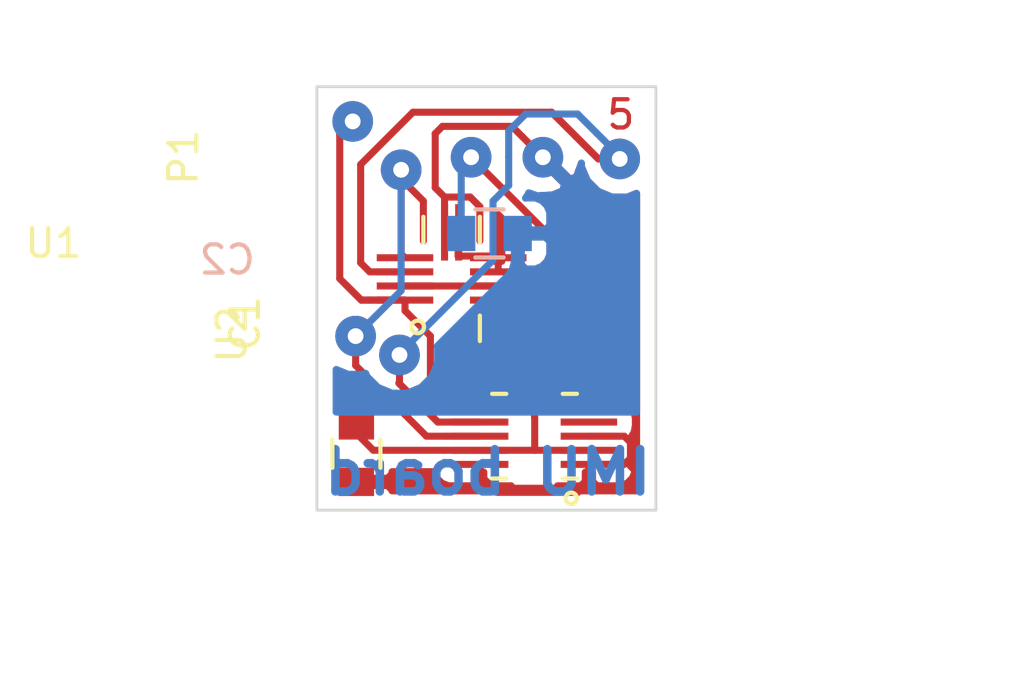
<source format=kicad_pcb>
(kicad_pcb (version 4) (host pcbnew "(2015-11-04 BZR 6298)-product")

  (general
    (links 23)
    (no_connects 0)
    (area 109.949999 99.449999 122.050001 114.550001)
    (thickness 1.6)
    (drawings 10)
    (tracks 104)
    (zones 0)
    (modules 5)
    (nets 8)
  )

  (page A4)
  (layers
    (0 F.Cu signal)
    (31 B.Cu signal)
    (32 B.Adhes user)
    (33 F.Adhes user)
    (34 B.Paste user)
    (35 F.Paste user)
    (36 B.SilkS user)
    (37 F.SilkS user)
    (38 B.Mask user)
    (39 F.Mask user)
    (40 Dwgs.User user)
    (41 Cmts.User user)
    (42 Eco1.User user)
    (43 Eco2.User user)
    (44 Edge.Cuts user)
    (45 Margin user)
    (46 B.CrtYd user)
    (47 F.CrtYd user)
    (48 B.Fab user)
    (49 F.Fab user)
  )

  (setup
    (last_trace_width 0.248)
    (user_trace_width 0.8)
    (trace_clearance 0.248)
    (zone_clearance 0.508)
    (zone_45_only yes)
    (trace_min 0.2)
    (segment_width 0.2)
    (edge_width 0.1)
    (via_size 1.44)
    (via_drill 0.5588)
    (via_min_size 0.4)
    (via_min_drill 0.3)
    (uvia_size 0.3)
    (uvia_drill 0.1)
    (uvias_allowed no)
    (uvia_min_size 0.2)
    (uvia_min_drill 0.1)
    (pcb_text_width 0.3)
    (pcb_text_size 1.5 1.5)
    (mod_edge_width 0.15)
    (mod_text_size 1 1)
    (mod_text_width 0.15)
    (pad_size 1.44 1.44)
    (pad_drill 0.5588)
    (pad_to_mask_clearance 0)
    (aux_axis_origin 0 0)
    (visible_elements FFFFFF7F)
    (pcbplotparams
      (layerselection 0x01000_80000001)
      (usegerberextensions false)
      (excludeedgelayer true)
      (linewidth 0.100000)
      (plotframeref false)
      (viasonmask false)
      (mode 1)
      (useauxorigin false)
      (hpglpennumber 1)
      (hpglpenspeed 20)
      (hpglpendiameter 15)
      (hpglpenoverlay 2)
      (psnegative false)
      (psa4output false)
      (plotreference true)
      (plotvalue true)
      (plotinvisibletext false)
      (padsonsilk false)
      (subtractmaskfromsilk false)
      (outputformat 1)
      (mirror false)
      (drillshape 0)
      (scaleselection 1)
      (outputdirectory /tmp/gerbers/))
  )

  (net 0 "")
  (net 1 3V3)
  (net 2 GND)
  (net 3 "Net-(P1-Pad1)")
  (net 4 "Net-(P1-Pad2)")
  (net 5 "Net-(P1-Pad5)")
  (net 6 "Net-(U2-Pad4)")
  (net 7 "Net-(U2-Pad5)")

  (net_class Default "This is the default net class."
    (clearance 0.248)
    (trace_width 0.248)
    (via_dia 1.44)
    (via_drill 0.5588)
    (uvia_dia 0.3)
    (uvia_drill 0.1)
    (add_net 3V3)
    (add_net GND)
    (add_net "Net-(P1-Pad1)")
    (add_net "Net-(P1-Pad2)")
    (add_net "Net-(P1-Pad5)")
    (add_net "Net-(U2-Pad4)")
    (add_net "Net-(U2-Pad5)")
  )

  (module Pin_Headers:Pin_Header_Straight_1x05 (layer F.Cu) (tedit 566AE3ED) (tstamp 566ABE2F)
    (at 110.38 102 90)
    (descr "Through hole pin header")
    (tags "pin header")
    (path /56699F07)
    (fp_text reference P1 (at 0 -5.1 90) (layer F.SilkS)
      (effects (font (size 1 1) (thickness 0.15)))
    )
    (fp_text value CONN_5 (at 0 -3.1 90) (layer F.Fab)
      (effects (font (size 1 1) (thickness 0.15)))
    )
    (pad 1 thru_hole circle (at 1.27 0.889 90) (size 1.44 1.44) (drill 0.5588) (layers *.Cu *.Mask)
      (net 3 "Net-(P1-Pad1)"))
    (pad 2 thru_hole circle (at -0.4445 2.6035 90) (size 1.44 1.44) (drill 0.5588) (layers *.Cu *.Mask)
      (net 4 "Net-(P1-Pad2)"))
    (pad 3 thru_hole circle (at 0 5.08 90) (size 1.44 1.44) (drill 0.5588) (layers *.Cu *.Mask)
      (net 1 3V3))
    (pad 4 thru_hole circle (at 0 7.62 90) (size 1.44 1.44) (drill 0.5588) (layers *.Cu *.Mask)
      (net 2 GND))
    (pad 5 thru_hole circle (at -0.06 10.34 90) (size 1.44 1.44) (drill 0.5588) (layers *.Cu *.Mask)
      (net 5 "Net-(P1-Pad5)"))
  )

  (module lga5x2:LGA4x2 (layer F.Cu) (tedit 566AC8E1) (tstamp 566ABE43)
    (at 114.77 106.31 180)
    (path /56698862)
    (fp_text reference U1 (at 14.09 1.26 180) (layer F.SilkS)
      (effects (font (size 1 1) (thickness 0.15)))
    )
    (fp_text value LIS2HH12_I2C (at 10.67 -0.68 180) (layer F.Fab)
      (effects (font (size 1 1) (thickness 0.15)))
    )
    (fp_line (start 1 1.3) (end 1 2.2) (layer F.SilkS) (width 0.15))
    (fp_line (start -1 1.3) (end -1 2.2) (layer F.SilkS) (width 0.15))
    (fp_line (start -1 -1.3) (end -1 -2.2) (layer F.SilkS) (width 0.15))
    (fp_circle (center 1.2 -1.7) (end 1.1 -1.9) (layer F.SilkS) (width 0.15))
    (pad 1 smd rect (at 1.65 -0.75 180) (size 2 0.25) (layers F.Cu F.Paste F.Mask)
      (net 3 "Net-(P1-Pad1)"))
    (pad 2 smd rect (at 1.65 -0.25 180) (size 2 0.25) (layers F.Cu F.Paste F.Mask)
      (net 1 3V3))
    (pad 3 smd rect (at 1.65 0.25 180) (size 2 0.25) (layers F.Cu F.Paste F.Mask)
      (net 5 "Net-(P1-Pad5)"))
    (pad 4 smd rect (at 1.65 0.75 180) (size 2 0.25) (layers F.Cu F.Paste F.Mask)
      (net 4 "Net-(P1-Pad2)"))
    (pad 7 smd rect (at -1.65 0.75 180) (size 2 0.25) (layers F.Cu F.Paste F.Mask)
      (net 2 GND))
    (pad 10 smd rect (at -1.65 -0.75 180) (size 2 0.25) (layers F.Cu F.Paste F.Mask)
      (net 1 3V3))
    (pad 9 smd rect (at -1.65 -0.25 180) (size 2 0.25) (layers F.Cu F.Paste F.Mask)
      (net 1 3V3))
    (pad 8 smd rect (at -1.65 0.25 180) (size 2 0.25) (layers F.Cu F.Paste F.Mask)
      (net 2 GND))
    (pad 5 smd rect (at 0.25 1.65 180) (size 0.25 2) (layers F.Cu F.Paste F.Mask)
      (net 2 GND))
    (pad 6 smd rect (at -0.25 1.65 180) (size 0.25 2) (layers F.Cu F.Paste F.Mask)
      (net 2 GND))
    (model Housings_DFN_QFN.3dshapes/QFN-12-1EP_3x3mm_Pitch0.5mm.wrl
      (at (xyz 0 0 0))
      (scale (xyz 0.66667 0.66667 0.66667))
      (rotate (xyz 0 0 0))
    )
  )

  (module lga5x1:LGA5x1 (layer F.Cu) (tedit 566ABF88) (tstamp 566ABE58)
    (at 117.705 111.88 270)
    (path /566988A7)
    (fp_text reference U2 (at -3.6 10.715 270) (layer F.SilkS)
      (effects (font (size 1 1) (thickness 0.15)))
    )
    (fp_text value BMG160_i2c (at 0.61 -14.645 270) (layer F.Fab)
      (effects (font (size 1 1) (thickness 0.15)))
    )
    (fp_circle (center 2.2 -1.3) (end 2.2 -1.5) (layer F.SilkS) (width 0.15))
    (fp_line (start -1.5 1) (end -1.5 1.5) (layer F.SilkS) (width 0.15))
    (fp_line (start -1.5 -1.5) (end -1.5 -1) (layer F.SilkS) (width 0.15))
    (fp_line (start 1.5 1) (end 1.5 1.5) (layer F.SilkS) (width 0.15))
    (fp_line (start 1.5 -1.5) (end 1.5 -1) (layer F.SilkS) (width 0.15))
    (pad 1 smd rect (at 1 -1.925 270) (size 0.25 2) (layers F.Cu F.Paste F.Mask)
      (net 2 GND))
    (pad 2 smd rect (at 0.5 -1.925 270) (size 0.25 2) (layers F.Cu F.Paste F.Mask)
      (net 1 3V3))
    (pad 3 smd rect (at 0 -1.925 270) (size 0.25 2) (layers F.Cu F.Paste F.Mask)
      (net 2 GND))
    (pad 4 smd rect (at -0.5 -1.925 270) (size 0.25 2) (layers F.Cu F.Paste F.Mask)
      (net 6 "Net-(U2-Pad4)"))
    (pad 5 smd rect (at -1 -1.925 270) (size 0.25 2) (layers F.Cu F.Paste F.Mask)
      (net 7 "Net-(U2-Pad5)"))
    (pad 6 smd rect (at -1.925 0 270) (size 2 0.75) (layers F.Cu F.Paste F.Mask)
      (net 1 3V3))
    (pad 7 smd rect (at -1 1.925 270) (size 0.25 2) (layers F.Cu F.Paste F.Mask)
      (net 3 "Net-(P1-Pad1)"))
    (pad 8 smd rect (at -0.5 1.925 270) (size 0.25 2) (layers F.Cu F.Paste F.Mask)
      (net 5 "Net-(P1-Pad5)"))
    (pad 9 smd rect (at 0 1.925 270) (size 0.25 2) (layers F.Cu F.Paste F.Mask)
      (net 4 "Net-(P1-Pad2)"))
    (pad 10 smd rect (at 0.5 1.925 270) (size 0.25 2) (layers F.Cu F.Paste F.Mask)
      (net 1 3V3))
    (pad 11 smd rect (at 1 1.925 270) (size 0.25 2) (layers F.Cu F.Paste F.Mask)
      (net 2 GND))
    (model Housings_DFN_QFN.3dshapes/QFN-16-1EP_3x3mm_Pitch0.5mm.wrl
      (at (xyz 0 0 0))
      (scale (xyz 1 1 1))
      (rotate (xyz 0 0 0))
    )
  )

  (module Capacitors_SMD:C_0805 (layer F.Cu) (tedit 5415D6EA) (tstamp 566ABE0F)
    (at 111.4 112.5 270)
    (descr "Capacitor SMD 0805, reflow soldering, AVX (see smccp.pdf)")
    (tags "capacitor 0805")
    (path /5669964E)
    (attr smd)
    (fp_text reference C1 (at -4.61 3.94 270) (layer F.SilkS)
      (effects (font (size 1 1) (thickness 0.15)))
    )
    (fp_text value 100n (at -0.98 7.51 270) (layer F.Fab)
      (effects (font (size 1 1) (thickness 0.15)))
    )
    (fp_line (start -1.8 -1) (end 1.8 -1) (layer F.CrtYd) (width 0.05))
    (fp_line (start -1.8 1) (end 1.8 1) (layer F.CrtYd) (width 0.05))
    (fp_line (start -1.8 -1) (end -1.8 1) (layer F.CrtYd) (width 0.05))
    (fp_line (start 1.8 -1) (end 1.8 1) (layer F.CrtYd) (width 0.05))
    (fp_line (start 0.5 -0.85) (end -0.5 -0.85) (layer F.SilkS) (width 0.15))
    (fp_line (start -0.5 0.85) (end 0.5 0.85) (layer F.SilkS) (width 0.15))
    (pad 1 smd rect (at -1 0 270) (size 1 1.25) (layers F.Cu F.Paste F.Mask)
      (net 1 3V3))
    (pad 2 smd rect (at 1 0 270) (size 1 1.25) (layers F.Cu F.Paste F.Mask)
      (net 2 GND))
    (model Capacitors_SMD.3dshapes/C_0805.wrl
      (at (xyz 0 0 0))
      (scale (xyz 1 1 1))
      (rotate (xyz 0 0 0))
    )
  )

  (module Capacitors_SMD:C_0805 (layer B.Cu) (tedit 5415D6EA) (tstamp 566ABE1B)
    (at 116.11 104.7)
    (descr "Capacitor SMD 0805, reflow soldering, AVX (see smccp.pdf)")
    (tags "capacitor 0805")
    (path /56699717)
    (attr smd)
    (fp_text reference C2 (at -9.28 0.93) (layer B.SilkS)
      (effects (font (size 1 1) (thickness 0.15)) (justify mirror))
    )
    (fp_text value 100n (at -10.3 -2.44) (layer B.Fab)
      (effects (font (size 1 1) (thickness 0.15)) (justify mirror))
    )
    (fp_line (start -1.8 1) (end 1.8 1) (layer B.CrtYd) (width 0.05))
    (fp_line (start -1.8 -1) (end 1.8 -1) (layer B.CrtYd) (width 0.05))
    (fp_line (start -1.8 1) (end -1.8 -1) (layer B.CrtYd) (width 0.05))
    (fp_line (start 1.8 1) (end 1.8 -1) (layer B.CrtYd) (width 0.05))
    (fp_line (start 0.5 0.85) (end -0.5 0.85) (layer B.SilkS) (width 0.15))
    (fp_line (start -0.5 -0.85) (end 0.5 -0.85) (layer B.SilkS) (width 0.15))
    (pad 1 smd rect (at -1 0) (size 1 1.25) (layers B.Cu B.Paste B.Mask)
      (net 1 3V3))
    (pad 2 smd rect (at 1 0) (size 1 1.25) (layers B.Cu B.Paste B.Mask)
      (net 2 GND))
    (model Capacitors_SMD.3dshapes/C_0805.wrl
      (at (xyz 0 0 0))
      (scale (xyz 1 1 1))
      (rotate (xyz 0 0 0))
    )
  )

  (gr_text "IMU board" (at 116.05 113.16) (layer B.Cu)
    (effects (font (size 1.5 1.5) (thickness 0.3)) (justify mirror))
  )
  (gr_text 5 (at 120.76 100.49) (layer F.Cu)
    (effects (font (size 1 1) (thickness 0.15)))
  )
  (dimension 12 (width 0.3) (layer Cmts.User)
    (gr_text "12.000 mm" (at 116 121.85) (layer Cmts.User)
      (effects (font (size 1.5 1.5) (thickness 0.3)))
    )
    (feature1 (pts (xy 122 114.5) (xy 122 123.2)))
    (feature2 (pts (xy 110 114.5) (xy 110 123.2)))
    (crossbar (pts (xy 110 120.5) (xy 122 120.5)))
    (arrow1a (pts (xy 122 120.5) (xy 120.873496 121.086421)))
    (arrow1b (pts (xy 122 120.5) (xy 120.873496 119.913579)))
    (arrow2a (pts (xy 110 120.5) (xy 111.126504 121.086421)))
    (arrow2b (pts (xy 110 120.5) (xy 111.126504 119.913579)))
  )
  (dimension 15 (width 0.3) (layer Cmts.User)
    (gr_text "15.000 mm" (at 132.35 107 90) (layer Cmts.User)
      (effects (font (size 1.5 1.5) (thickness 0.3)))
    )
    (feature1 (pts (xy 122 99.5) (xy 133.7 99.5)))
    (feature2 (pts (xy 122 114.5) (xy 133.7 114.5)))
    (crossbar (pts (xy 131 114.5) (xy 131 99.5)))
    (arrow1a (pts (xy 131 99.5) (xy 131.586421 100.626504)))
    (arrow1b (pts (xy 131 99.5) (xy 130.413579 100.626504)))
    (arrow2a (pts (xy 131 114.5) (xy 131.586421 113.373496)))
    (arrow2b (pts (xy 131 114.5) (xy 130.413579 113.373496)))
  )
  (gr_line (start 122 99.5) (end 122 100) (angle 90) (layer Edge.Cuts) (width 0.1))
  (gr_line (start 110 99.5) (end 122 99.5) (angle 90) (layer Edge.Cuts) (width 0.1))
  (gr_line (start 110 100) (end 110 99.5) (angle 90) (layer Edge.Cuts) (width 0.1))
  (gr_line (start 122 114.5) (end 122 100) (angle 90) (layer Edge.Cuts) (width 0.1))
  (gr_line (start 110 114.5) (end 110 100) (angle 90) (layer Edge.Cuts) (width 0.1))
  (gr_line (start 110 114.5) (end 122 114.5) (angle 90) (layer Edge.Cuts) (width 0.1))

  (segment (start 115.77 108.645) (end 115.77 107.66) (width 0.25) (layer F.Cu) (net 1))
  (segment (start 117.705 109.955) (end 117.08 109.955) (width 0.25) (layer F.Cu) (net 1))
  (segment (start 117.08 109.955) (end 115.77 108.645) (width 0.25) (layer F.Cu) (net 1))
  (segment (start 111.4 111.78) (end 112 112.38) (width 0.25) (layer F.Cu) (net 1))
  (segment (start 114.53 112.38) (end 115.78 112.38) (width 0.25) (layer F.Cu) (net 1))
  (segment (start 114.53 112.38) (end 112 112.38) (width 0.25) (layer F.Cu) (net 1))
  (segment (start 111.4 111.78) (end 111.4 111.5) (width 0.25) (layer F.Cu) (net 1) (tstamp 566AC80B))
  (segment (start 118.26 105.4) (end 118.26 105.97) (width 0.25) (layer F.Cu) (net 1))
  (segment (start 118.26 104.8) (end 118.26 105.4) (width 0.25) (layer F.Cu) (net 1))
  (segment (start 115.11 104.7) (end 115.11 102.35) (width 0.25) (layer B.Cu) (net 1))
  (segment (start 115.11 102.35) (end 115.46 102) (width 0.25) (layer B.Cu) (net 1))
  (segment (start 115.46 102) (end 118.26 104.8) (width 0.25) (layer F.Cu) (net 1))
  (segment (start 117.67 106.56) (end 116.42 106.56) (width 0.25) (layer F.Cu) (net 1))
  (segment (start 118.26 105.97) (end 117.67 106.56) (width 0.25) (layer F.Cu) (net 1))
  (segment (start 115.78 112.38) (end 117.71 112.38) (width 0.25) (layer F.Cu) (net 1))
  (segment (start 117.71 111.21) (end 117.71 112.38) (width 0.25) (layer F.Cu) (net 1))
  (segment (start 117.71 112.38) (end 119.63 112.38) (width 0.25) (layer F.Cu) (net 1))
  (segment (start 117.705 109.955) (end 117.705 111.205) (width 0.25) (layer F.Cu) (net 1))
  (segment (start 117.705 111.205) (end 117.71 111.21) (width 0.25) (layer F.Cu) (net 1))
  (segment (start 117.705 109.955) (end 117.705 107.47) (width 0.25) (layer F.Cu) (net 1))
  (segment (start 117.705 107.47) (end 117.295 107.06) (width 0.25) (layer F.Cu) (net 1))
  (segment (start 117.295 107.06) (end 116.42 107.06) (width 0.25) (layer F.Cu) (net 1))
  (segment (start 116.42 106.56) (end 116.42 107.06) (width 0.25) (layer F.Cu) (net 1))
  (segment (start 113.12 106.56) (end 116.42 106.56) (width 0.25) (layer F.Cu) (net 1))
  (segment (start 117.11 104.7) (end 117.27 104.7) (width 0.248) (layer B.Cu) (net 2))
  (segment (start 116.05 100.904999) (end 114.445001 100.904999) (width 0.25) (layer F.Cu) (net 2))
  (segment (start 117.280001 101.280001) (end 118 102) (width 0.25) (layer F.Cu) (net 2))
  (segment (start 116.05 100.904999) (end 116.904999 100.904999) (width 0.25) (layer F.Cu) (net 2) (tstamp 566AE7A1))
  (segment (start 116.904999 100.904999) (end 117.280001 101.280001) (width 0.25) (layer F.Cu) (net 2))
  (segment (start 114.445001 100.904999) (end 114.19 101.16) (width 0.25) (layer F.Cu) (net 2) (tstamp 566AE7A3))
  (segment (start 114.19 101.16) (end 114.19 103.08) (width 0.25) (layer F.Cu) (net 2) (tstamp 566AE7A4))
  (segment (start 114.19 103.08) (end 114.52 103.41) (width 0.25) (layer F.Cu) (net 2) (tstamp 566AE7A5))
  (segment (start 115.77 104.96) (end 115.77 103.75) (width 0.25) (layer F.Cu) (net 2))
  (segment (start 115.43 103.41) (end 114.52 103.41) (width 0.25) (layer F.Cu) (net 2))
  (segment (start 115.77 103.75) (end 115.43 103.41) (width 0.25) (layer F.Cu) (net 2))
  (segment (start 116.42 105.56) (end 116.36 105.5) (width 0.25) (layer F.Cu) (net 2))
  (segment (start 116.36 105.5) (end 115.86 105.5) (width 0.25) (layer F.Cu) (net 2) (tstamp 566AC890))
  (segment (start 115.86 105.5) (end 115 105.5) (width 0.25) (layer F.Cu) (net 2) (tstamp 566AC892))
  (segment (start 115 105.5) (end 115 104.68) (width 0.25) (layer F.Cu) (net 2) (tstamp 566AC894))
  (segment (start 115 104.68) (end 115.02 104.66) (width 0.25) (layer F.Cu) (net 2) (tstamp 566AC895))
  (segment (start 114.52 104.66) (end 114.52 103.41) (width 0.25) (layer F.Cu) (net 2))
  (segment (start 117.11 104.7) (end 117.11 104.825) (width 0.25) (layer B.Cu) (net 2))
  (segment (start 115.78 112.88) (end 115.78 113.255) (width 0.25) (layer F.Cu) (net 2))
  (segment (start 119.24 113.87) (end 119.63 113.48) (width 0.25) (layer F.Cu) (net 2))
  (segment (start 119.63 113.48) (end 119.63 112.88) (width 0.25) (layer F.Cu) (net 2))
  (segment (start 116.395 113.87) (end 119.24 113.87) (width 0.25) (layer F.Cu) (net 2))
  (segment (start 115.78 113.255) (end 116.395 113.87) (width 0.25) (layer F.Cu) (net 2))
  (segment (start 119.63 112.88) (end 120.88 112.88) (width 0.25) (layer F.Cu) (net 2))
  (segment (start 121.1 112.1) (end 120.88 111.88) (width 0.25) (layer F.Cu) (net 2))
  (segment (start 120.88 112.88) (end 121.1 112.66) (width 0.25) (layer F.Cu) (net 2))
  (segment (start 121.1 112.66) (end 121.1 112.1) (width 0.25) (layer F.Cu) (net 2))
  (segment (start 120.88 111.88) (end 119.63 111.88) (width 0.25) (layer F.Cu) (net 2))
  (segment (start 114.52 104.66) (end 115.02 104.66) (width 0.25) (layer F.Cu) (net 2))
  (segment (start 116.42 106.06) (end 116.42 105.56) (width 0.25) (layer F.Cu) (net 2))
  (segment (start 110.81 101.189) (end 110.81 106.3) (width 0.25) (layer F.Cu) (net 3))
  (segment (start 111.57 107.06) (end 113.12 107.06) (width 0.25) (layer F.Cu) (net 3))
  (segment (start 111.57 107.06) (end 110.81 106.3) (width 0.25) (layer F.Cu) (net 3))
  (segment (start 110.81 101.189) (end 111.269 100.73) (width 0.25) (layer F.Cu) (net 3) (tstamp 566C7EC5))
  (segment (start 114.019999 109.994999) (end 114.905 110.88) (width 0.25) (layer F.Cu) (net 3))
  (segment (start 113.12 107.06) (end 113.12 107.435) (width 0.25) (layer F.Cu) (net 3))
  (segment (start 113.12 107.435) (end 114.019999 108.334999) (width 0.25) (layer F.Cu) (net 3))
  (segment (start 114.019999 108.334999) (end 114.019999 109.994999) (width 0.25) (layer F.Cu) (net 3))
  (segment (start 114.905 110.88) (end 115.78 110.88) (width 0.25) (layer F.Cu) (net 3))
  (segment (start 111.015 106.502122) (end 111.572878 107.06) (width 0.25) (layer F.Cu) (net 3))
  (segment (start 111.87 107.06) (end 113.12 107.06) (width 0.25) (layer F.Cu) (net 3))
  (segment (start 111.572878 107.06) (end 111.87 107.06) (width 0.25) (layer F.Cu) (net 3))
  (segment (start 112.9835 102.4445) (end 112.9835 102.7635) (width 0.25) (layer F.Cu) (net 4))
  (segment (start 112.9835 102.7635) (end 113.77 103.55) (width 0.25) (layer F.Cu) (net 4) (tstamp 566C7EEE))
  (segment (start 113.77 103.55) (end 113.77 104.96) (width 0.25) (layer F.Cu) (net 4))
  (segment (start 113.88 111.88) (end 111.372396 109.372396) (width 0.25) (layer F.Cu) (net 4))
  (segment (start 111.372396 109.372396) (end 111.372396 108.335758) (width 0.25) (layer F.Cu) (net 4))
  (segment (start 115.78 111.88) (end 113.88 111.88) (width 0.25) (layer F.Cu) (net 4))
  (segment (start 112.9835 102.4445) (end 112.9835 106.724654) (width 0.25) (layer B.Cu) (net 4))
  (via (at 111.372396 108.335758) (size 1.44) (drill 0.5588) (layers F.Cu B.Cu) (net 4))
  (segment (start 112.092395 107.615759) (end 111.372396 108.335758) (width 0.25) (layer B.Cu) (net 4))
  (segment (start 112.9835 106.724654) (end 112.092395 107.615759) (width 0.25) (layer B.Cu) (net 4))
  (segment (start 112.9835 102.4445) (end 112.9835 105.4235) (width 0.25) (layer F.Cu) (net 4))
  (segment (start 112.9835 105.4235) (end 113.12 105.56) (width 0.25) (layer F.Cu) (net 4))
  (segment (start 115.78 111.88) (end 114.5 111.88) (width 0.25) (layer F.Cu) (net 4))
  (segment (start 120.72 101.96) (end 119.905 101.145) (width 0.25) (layer B.Cu) (net 5))
  (segment (start 116.234999 105.646768) (end 116.234999 104.25) (width 0.25) (layer B.Cu) (net 5))
  (segment (start 116.234999 105.646768) (end 112.9 108.981767) (width 0.25) (layer B.Cu) (net 5))
  (via (at 112.924971 109.003308) (size 1.44) (drill 0.5588) (layers F.Cu B.Cu) (net 5))
  (segment (start 116.234999 103.555001) (end 116.79 103) (width 0.25) (layer B.Cu) (net 5) (tstamp 566C7EDF))
  (segment (start 116.79 103) (end 116.79 101.99) (width 0.25) (layer B.Cu) (net 5) (tstamp 566C7EE0))
  (segment (start 116.234999 104.25) (end 116.234999 103.555001) (width 0.25) (layer B.Cu) (net 5))
  (segment (start 116.79 101.07) (end 117.39 100.47) (width 0.25) (layer B.Cu) (net 5) (tstamp 566C7EE8))
  (segment (start 117.39 100.47) (end 119.23 100.47) (width 0.25) (layer B.Cu) (net 5) (tstamp 566C7EE9))
  (segment (start 119.23 100.47) (end 119.905 101.145) (width 0.25) (layer B.Cu) (net 5) (tstamp 566C7EEA))
  (segment (start 116.79 101.99) (end 116.79 101.07) (width 0.25) (layer B.Cu) (net 5))
  (segment (start 120.72 101.96) (end 120.72 102.06) (width 0.25) (layer B.Cu) (net 5) (tstamp 566C7F16))
  (segment (start 118.309989 100.404989) (end 119.965 102.06) (width 0.25) (layer F.Cu) (net 5))
  (segment (start 119.965 102.06) (end 120.72 102.06) (width 0.25) (layer F.Cu) (net 5) (tstamp 566C7F12))
  (segment (start 114.28 111.38) (end 112.924971 110.024971) (width 0.25) (layer F.Cu) (net 5))
  (segment (start 112.924971 110.024971) (end 112.924971 109.003308) (width 0.25) (layer F.Cu) (net 5))
  (segment (start 119.185001 101.280001) (end 119.905 102) (width 0.25) (layer F.Cu) (net 5))
  (segment (start 111.87 106.06) (end 111.55 105.74) (width 0.25) (layer F.Cu) (net 5))
  (segment (start 118.309989 100.404989) (end 119.185001 101.280001) (width 0.25) (layer F.Cu) (net 5))
  (segment (start 113.12 106.06) (end 111.87 106.06) (width 0.25) (layer F.Cu) (net 5))
  (segment (start 111.55 105.74) (end 111.55 102.257398) (width 0.25) (layer F.Cu) (net 5))
  (segment (start 111.55 102.257398) (end 113.402409 100.404989) (width 0.25) (layer F.Cu) (net 5))
  (segment (start 113.402409 100.404989) (end 118.309989 100.404989) (width 0.25) (layer F.Cu) (net 5))
  (segment (start 115.78 111.38) (end 114.28 111.38) (width 0.25) (layer F.Cu) (net 5))
  (segment (start 114.28 111.38) (end 112.9 110) (width 0.25) (layer F.Cu) (net 5))

  (zone (net 2) (net_name GND) (layer F.Cu) (tstamp 0) (hatch edge 0.508)
    (connect_pads (clearance 0.508))
    (min_thickness 0.254)
    (fill yes (arc_segments 16) (thermal_gap 0.508) (thermal_bridge_width 0.508))
    (polygon
      (pts
        (xy 107.72 98.9) (xy 127.67 98.42) (xy 127.99 120.53) (xy 101.43 119.67)
      )
    )
    (filled_polygon
      (pts
        (xy 118.193748 101.985858) (xy 118.179605 102) (xy 118.949774 102.770169) (xy 119.187611 102.705869) (xy 119.278645 102.448447)
        (xy 119.427599 102.597401) (xy 119.494372 102.642017) (xy 119.570617 102.826543) (xy 119.951452 103.208043) (xy 120.449291 103.414764)
        (xy 120.988344 103.415235) (xy 121.315 103.280263) (xy 121.315 113.815) (xy 112.66 113.815) (xy 112.66 113.78575)
        (xy 112.50125 113.627) (xy 111.527 113.627) (xy 111.527 113.647) (xy 111.273 113.647) (xy 111.273 113.627)
        (xy 111.253 113.627) (xy 111.253 113.373) (xy 111.273 113.373) (xy 111.273 113.353) (xy 111.527 113.353)
        (xy 111.527 113.373) (xy 112.50125 113.373) (xy 112.66 113.21425) (xy 112.66 113.14) (xy 114.1486 113.14)
        (xy 114.241673 113.364698) (xy 114.420301 113.543327) (xy 114.65369 113.64) (xy 115.49425 113.64) (xy 115.653 113.48125)
        (xy 115.653 113.15244) (xy 115.907 113.15244) (xy 115.907 113.48125) (xy 116.06575 113.64) (xy 116.880526 113.64)
        (xy 116.881685 113.646159) (xy 116.908965 113.688553) (xy 116.95059 113.716994) (xy 117 113.727) (xy 118.4 113.727)
        (xy 118.446159 113.718315) (xy 118.488553 113.691035) (xy 118.516994 113.64941) (xy 118.5189 113.64) (xy 119.34425 113.64)
        (xy 119.503 113.48125) (xy 119.503 113.15244) (xy 119.757 113.15244) (xy 119.757 113.48125) (xy 119.91575 113.64)
        (xy 120.75631 113.64) (xy 120.989699 113.543327) (xy 121.168327 113.364698) (xy 121.265 113.131309) (xy 121.265 113.10125)
        (xy 121.10625 112.9425) (xy 121.099609 112.9425) (xy 121.226431 112.75689) (xy 121.241558 112.682192) (xy 121.265 112.65875)
        (xy 121.265 112.628691) (xy 121.256532 112.608247) (xy 121.27744 112.505) (xy 121.27744 112.255) (xy 121.25755 112.149295)
        (xy 121.265 112.131309) (xy 121.265 112.10125) (xy 121.244688 112.080938) (xy 121.233162 112.019683) (xy 121.14281 111.879273)
        (xy 121.226431 111.75689) (xy 121.241558 111.682192) (xy 121.265 111.65875) (xy 121.265 111.628691) (xy 121.256532 111.608247)
        (xy 121.27744 111.505) (xy 121.27744 111.255) (xy 121.253056 111.125411) (xy 121.27744 111.005) (xy 121.27744 110.755)
        (xy 121.233162 110.519683) (xy 121.09409 110.303559) (xy 120.88189 110.158569) (xy 120.63 110.10756) (xy 118.72744 110.10756)
        (xy 118.72744 108.955) (xy 118.683162 108.719683) (xy 118.54409 108.503559) (xy 118.465 108.449519) (xy 118.465 107.47)
        (xy 118.407148 107.179161) (xy 118.294392 107.01041) (xy 118.797401 106.507401) (xy 118.962148 106.260839) (xy 119.02 105.97)
        (xy 119.02 104.8) (xy 118.962148 104.509161) (xy 118.797401 104.262599) (xy 117.897127 103.362325) (xy 118.340644 103.338892)
        (xy 118.705869 103.187611) (xy 118.770169 102.949774) (xy 118 102.179605) (xy 117.985858 102.193748) (xy 117.806253 102.014143)
        (xy 117.820395 102) (xy 117.806253 101.985858) (xy 117.985858 101.806253) (xy 118 101.820395) (xy 118.014143 101.806253)
      )
    )
    (filled_polygon
      (pts
        (xy 117.185198 104.8) (xy 116.70575 104.8) (xy 116.547 104.95875) (xy 116.547 105.685) (xy 116.293 105.685)
        (xy 116.293 105.125255) (xy 116.296994 105.11941) (xy 116.307 105.07) (xy 116.307 103.94) (xy 116.302782 103.917584)
      )
    )
    (filled_polygon
      (pts
        (xy 115.145 104.787) (xy 114.895 104.787) (xy 114.895 104.533) (xy 115.145 104.533)
      )
    )
  )
  (zone (net 0) (net_name "") (layer F.Cu) (tstamp 0) (hatch edge 0.508)
    (connect_pads (clearance 0.508))
    (min_thickness 0.254)
    (keepout (tracks not_allowed) (vias not_allowed) (copperpour not_allowed))
    (fill yes (arc_segments 16) (thermal_gap 0.508) (thermal_bridge_width 0.508))
    (polygon
      (pts
        (xy 117 113) (xy 118.4 113) (xy 118.4 113.4) (xy 118.4 113.6) (xy 117 113.6)
      )
    )
  )
  (zone (net 0) (net_name "") (layer F.Cu) (tstamp 0) (hatch edge 0.508)
    (connect_pads (clearance 0.508))
    (min_thickness 0.254)
    (keepout (tracks allowed) (vias allowed) (copperpour not_allowed))
    (fill yes (arc_segments 16) (thermal_gap 0.508) (thermal_bridge_width 0.508))
    (polygon
      (pts
        (xy 116.18 105.07) (xy 115.44 105.07) (xy 115.44 105.06) (xy 115.45 103.94) (xy 116.18 103.94)
        (xy 116.18 105.07)
      )
    )
  )
  (zone (net 2) (net_name GND) (layer B.Cu) (tstamp 566DFD9E) (hatch edge 0.508)
    (connect_pads (clearance 0.508))
    (min_thickness 0.254)
    (fill yes (arc_segments 16) (thermal_gap 0.508) (thermal_bridge_width 0.508))
    (polygon
      (pts
        (xy 123.79 115.37) (xy 108.97 115.37) (xy 108.97 96.58) (xy 125.0301 96.58) (xy 123.79 115.37)
      )
    )
    (filled_polygon
      (pts
        (xy 118.193748 101.985858) (xy 118.179605 102) (xy 118.949774 102.770169) (xy 119.187611 102.705869) (xy 119.364873 102.204614)
        (xy 119.364765 102.328344) (xy 119.570617 102.826543) (xy 119.951452 103.208043) (xy 120.449291 103.414764) (xy 120.988344 103.415235)
        (xy 121.315 103.280263) (xy 121.315 111.025) (xy 110.685 111.025) (xy 110.685 109.517498) (xy 111.101687 109.690522)
        (xy 111.64074 109.690993) (xy 111.728091 109.6549) (xy 111.775588 109.769851) (xy 112.156423 110.151351) (xy 112.654262 110.358072)
        (xy 113.193315 110.358543) (xy 113.691514 110.152691) (xy 114.073014 109.771856) (xy 114.279735 109.274017) (xy 114.280206 108.734964)
        (xy 114.263072 108.693497) (xy 116.7724 106.184169) (xy 116.937147 105.937607) (xy 116.95962 105.82463) (xy 116.983 105.80125)
        (xy 116.983 105.70709) (xy 116.994999 105.646768) (xy 116.994999 104.827) (xy 117.237 104.827) (xy 117.237 105.80125)
        (xy 117.39575 105.96) (xy 117.736309 105.96) (xy 117.969698 105.863327) (xy 118.148327 105.684699) (xy 118.245 105.45131)
        (xy 118.245 104.98575) (xy 118.08625 104.827) (xy 117.237 104.827) (xy 116.994999 104.827) (xy 116.994999 104.553)
        (xy 117.237 104.553) (xy 117.237 104.573) (xy 118.08625 104.573) (xy 118.245 104.41425) (xy 118.245 103.94869)
        (xy 118.148327 103.715301) (xy 117.969698 103.536673) (xy 117.736309 103.44) (xy 117.39575 103.44) (xy 117.385902 103.449848)
        (xy 117.492148 103.290839) (xy 117.498318 103.259819) (xy 117.802342 103.367333) (xy 118.340644 103.338892) (xy 118.705869 103.187611)
        (xy 118.770169 102.949774) (xy 118 102.179605) (xy 117.985858 102.193748) (xy 117.806253 102.014143) (xy 117.820395 102)
        (xy 117.806253 101.985858) (xy 117.985858 101.806253) (xy 118 101.820395) (xy 118.014143 101.806253)
      )
    )
  )
  (zone (net 2) (net_name GND) (layer B.Cu) (tstamp 566DFDA5) (hatch edge 0.508)
    (connect_pads (clearance 0.508))
    (min_thickness 0.254)
    (fill yes (arc_segments 16) (thermal_gap 0.508) (thermal_bridge_width 0.508))
    (polygon
      (pts
        (xy 125.04 96.43) (xy 125.04 96.58) (xy 125.0301 96.58) (xy 125.04 96.43)
      )
    )
  )
)

</source>
